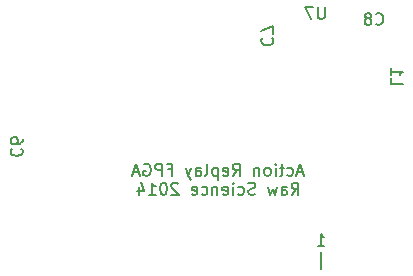
<source format=gbr>
%TF.GenerationSoftware,KiCad,Pcbnew,(6.0.2)*%
%TF.CreationDate,2022-09-17T11:41:15-05:00*%
%TF.ProjectId,REF2160,52454632-3136-4302-9e6b-696361645f70,rev?*%
%TF.SameCoordinates,Original*%
%TF.FileFunction,Legend,Bot*%
%TF.FilePolarity,Positive*%
%FSLAX46Y46*%
G04 Gerber Fmt 4.6, Leading zero omitted, Abs format (unit mm)*
G04 Created by KiCad (PCBNEW (6.0.2)) date 2022-09-17 11:41:15*
%MOMM*%
%LPD*%
G01*
G04 APERTURE LIST*
%ADD10C,0.150000*%
G04 APERTURE END LIST*
D10*
X161335285Y-91121380D02*
X161906714Y-91121380D01*
X161621000Y-91121380D02*
X161621000Y-90121380D01*
X161716238Y-90264238D01*
X161811476Y-90359476D01*
X161906714Y-90407095D01*
X161621000Y-93064714D02*
X161621000Y-91636142D01*
X160102476Y-84914666D02*
X159626285Y-84914666D01*
X160197714Y-85200380D02*
X159864380Y-84200380D01*
X159531047Y-85200380D01*
X158769142Y-85152761D02*
X158864380Y-85200380D01*
X159054857Y-85200380D01*
X159150095Y-85152761D01*
X159197714Y-85105142D01*
X159245333Y-85009904D01*
X159245333Y-84724190D01*
X159197714Y-84628952D01*
X159150095Y-84581333D01*
X159054857Y-84533714D01*
X158864380Y-84533714D01*
X158769142Y-84581333D01*
X158483428Y-84533714D02*
X158102476Y-84533714D01*
X158340571Y-84200380D02*
X158340571Y-85057523D01*
X158292952Y-85152761D01*
X158197714Y-85200380D01*
X158102476Y-85200380D01*
X157769142Y-85200380D02*
X157769142Y-84533714D01*
X157769142Y-84200380D02*
X157816761Y-84248000D01*
X157769142Y-84295619D01*
X157721523Y-84248000D01*
X157769142Y-84200380D01*
X157769142Y-84295619D01*
X157150095Y-85200380D02*
X157245333Y-85152761D01*
X157292952Y-85105142D01*
X157340571Y-85009904D01*
X157340571Y-84724190D01*
X157292952Y-84628952D01*
X157245333Y-84581333D01*
X157150095Y-84533714D01*
X157007238Y-84533714D01*
X156912000Y-84581333D01*
X156864380Y-84628952D01*
X156816761Y-84724190D01*
X156816761Y-85009904D01*
X156864380Y-85105142D01*
X156912000Y-85152761D01*
X157007238Y-85200380D01*
X157150095Y-85200380D01*
X156388190Y-84533714D02*
X156388190Y-85200380D01*
X156388190Y-84628952D02*
X156340571Y-84581333D01*
X156245333Y-84533714D01*
X156102476Y-84533714D01*
X156007238Y-84581333D01*
X155959619Y-84676571D01*
X155959619Y-85200380D01*
X154150095Y-85200380D02*
X154483428Y-84724190D01*
X154721523Y-85200380D02*
X154721523Y-84200380D01*
X154340571Y-84200380D01*
X154245333Y-84248000D01*
X154197714Y-84295619D01*
X154150095Y-84390857D01*
X154150095Y-84533714D01*
X154197714Y-84628952D01*
X154245333Y-84676571D01*
X154340571Y-84724190D01*
X154721523Y-84724190D01*
X153340571Y-85152761D02*
X153435809Y-85200380D01*
X153626285Y-85200380D01*
X153721523Y-85152761D01*
X153769142Y-85057523D01*
X153769142Y-84676571D01*
X153721523Y-84581333D01*
X153626285Y-84533714D01*
X153435809Y-84533714D01*
X153340571Y-84581333D01*
X153292952Y-84676571D01*
X153292952Y-84771809D01*
X153769142Y-84867047D01*
X152864380Y-84533714D02*
X152864380Y-85533714D01*
X152864380Y-84581333D02*
X152769142Y-84533714D01*
X152578666Y-84533714D01*
X152483428Y-84581333D01*
X152435809Y-84628952D01*
X152388190Y-84724190D01*
X152388190Y-85009904D01*
X152435809Y-85105142D01*
X152483428Y-85152761D01*
X152578666Y-85200380D01*
X152769142Y-85200380D01*
X152864380Y-85152761D01*
X151816761Y-85200380D02*
X151912000Y-85152761D01*
X151959619Y-85057523D01*
X151959619Y-84200380D01*
X151007238Y-85200380D02*
X151007238Y-84676571D01*
X151054857Y-84581333D01*
X151150095Y-84533714D01*
X151340571Y-84533714D01*
X151435809Y-84581333D01*
X151007238Y-85152761D02*
X151102476Y-85200380D01*
X151340571Y-85200380D01*
X151435809Y-85152761D01*
X151483428Y-85057523D01*
X151483428Y-84962285D01*
X151435809Y-84867047D01*
X151340571Y-84819428D01*
X151102476Y-84819428D01*
X151007238Y-84771809D01*
X150626285Y-84533714D02*
X150388190Y-85200380D01*
X150150095Y-84533714D02*
X150388190Y-85200380D01*
X150483428Y-85438476D01*
X150531047Y-85486095D01*
X150626285Y-85533714D01*
X148673904Y-84676571D02*
X149007238Y-84676571D01*
X149007238Y-85200380D02*
X149007238Y-84200380D01*
X148531047Y-84200380D01*
X148150095Y-85200380D02*
X148150095Y-84200380D01*
X147769142Y-84200380D01*
X147673904Y-84248000D01*
X147626285Y-84295619D01*
X147578666Y-84390857D01*
X147578666Y-84533714D01*
X147626285Y-84628952D01*
X147673904Y-84676571D01*
X147769142Y-84724190D01*
X148150095Y-84724190D01*
X146626285Y-84248000D02*
X146721523Y-84200380D01*
X146864380Y-84200380D01*
X147007238Y-84248000D01*
X147102476Y-84343238D01*
X147150095Y-84438476D01*
X147197714Y-84628952D01*
X147197714Y-84771809D01*
X147150095Y-84962285D01*
X147102476Y-85057523D01*
X147007238Y-85152761D01*
X146864380Y-85200380D01*
X146769142Y-85200380D01*
X146626285Y-85152761D01*
X146578666Y-85105142D01*
X146578666Y-84771809D01*
X146769142Y-84771809D01*
X146197714Y-84914666D02*
X145721523Y-84914666D01*
X146292952Y-85200380D02*
X145959619Y-84200380D01*
X145626285Y-85200380D01*
X159126285Y-86810380D02*
X159459619Y-86334190D01*
X159697714Y-86810380D02*
X159697714Y-85810380D01*
X159316761Y-85810380D01*
X159221523Y-85858000D01*
X159173904Y-85905619D01*
X159126285Y-86000857D01*
X159126285Y-86143714D01*
X159173904Y-86238952D01*
X159221523Y-86286571D01*
X159316761Y-86334190D01*
X159697714Y-86334190D01*
X158269142Y-86810380D02*
X158269142Y-86286571D01*
X158316761Y-86191333D01*
X158412000Y-86143714D01*
X158602476Y-86143714D01*
X158697714Y-86191333D01*
X158269142Y-86762761D02*
X158364380Y-86810380D01*
X158602476Y-86810380D01*
X158697714Y-86762761D01*
X158745333Y-86667523D01*
X158745333Y-86572285D01*
X158697714Y-86477047D01*
X158602476Y-86429428D01*
X158364380Y-86429428D01*
X158269142Y-86381809D01*
X157888190Y-86143714D02*
X157697714Y-86810380D01*
X157507238Y-86334190D01*
X157316761Y-86810380D01*
X157126285Y-86143714D01*
X156031047Y-86762761D02*
X155888190Y-86810380D01*
X155650095Y-86810380D01*
X155554857Y-86762761D01*
X155507238Y-86715142D01*
X155459619Y-86619904D01*
X155459619Y-86524666D01*
X155507238Y-86429428D01*
X155554857Y-86381809D01*
X155650095Y-86334190D01*
X155840571Y-86286571D01*
X155935809Y-86238952D01*
X155983428Y-86191333D01*
X156031047Y-86096095D01*
X156031047Y-86000857D01*
X155983428Y-85905619D01*
X155935809Y-85858000D01*
X155840571Y-85810380D01*
X155602476Y-85810380D01*
X155459619Y-85858000D01*
X154602476Y-86762761D02*
X154697714Y-86810380D01*
X154888190Y-86810380D01*
X154983428Y-86762761D01*
X155031047Y-86715142D01*
X155078666Y-86619904D01*
X155078666Y-86334190D01*
X155031047Y-86238952D01*
X154983428Y-86191333D01*
X154888190Y-86143714D01*
X154697714Y-86143714D01*
X154602476Y-86191333D01*
X154173904Y-86810380D02*
X154173904Y-86143714D01*
X154173904Y-85810380D02*
X154221523Y-85858000D01*
X154173904Y-85905619D01*
X154126285Y-85858000D01*
X154173904Y-85810380D01*
X154173904Y-85905619D01*
X153316761Y-86762761D02*
X153412000Y-86810380D01*
X153602476Y-86810380D01*
X153697714Y-86762761D01*
X153745333Y-86667523D01*
X153745333Y-86286571D01*
X153697714Y-86191333D01*
X153602476Y-86143714D01*
X153412000Y-86143714D01*
X153316761Y-86191333D01*
X153269142Y-86286571D01*
X153269142Y-86381809D01*
X153745333Y-86477047D01*
X152840571Y-86143714D02*
X152840571Y-86810380D01*
X152840571Y-86238952D02*
X152792952Y-86191333D01*
X152697714Y-86143714D01*
X152554857Y-86143714D01*
X152459619Y-86191333D01*
X152412000Y-86286571D01*
X152412000Y-86810380D01*
X151507238Y-86762761D02*
X151602476Y-86810380D01*
X151792952Y-86810380D01*
X151888190Y-86762761D01*
X151935809Y-86715142D01*
X151983428Y-86619904D01*
X151983428Y-86334190D01*
X151935809Y-86238952D01*
X151888190Y-86191333D01*
X151792952Y-86143714D01*
X151602476Y-86143714D01*
X151507238Y-86191333D01*
X150697714Y-86762761D02*
X150792952Y-86810380D01*
X150983428Y-86810380D01*
X151078666Y-86762761D01*
X151126285Y-86667523D01*
X151126285Y-86286571D01*
X151078666Y-86191333D01*
X150983428Y-86143714D01*
X150792952Y-86143714D01*
X150697714Y-86191333D01*
X150650095Y-86286571D01*
X150650095Y-86381809D01*
X151126285Y-86477047D01*
X149507238Y-85905619D02*
X149459619Y-85858000D01*
X149364380Y-85810380D01*
X149126285Y-85810380D01*
X149031047Y-85858000D01*
X148983428Y-85905619D01*
X148935809Y-86000857D01*
X148935809Y-86096095D01*
X148983428Y-86238952D01*
X149554857Y-86810380D01*
X148935809Y-86810380D01*
X148316761Y-85810380D02*
X148221523Y-85810380D01*
X148126285Y-85858000D01*
X148078666Y-85905619D01*
X148031047Y-86000857D01*
X147983428Y-86191333D01*
X147983428Y-86429428D01*
X148031047Y-86619904D01*
X148078666Y-86715142D01*
X148126285Y-86762761D01*
X148221523Y-86810380D01*
X148316761Y-86810380D01*
X148412000Y-86762761D01*
X148459619Y-86715142D01*
X148507238Y-86619904D01*
X148554857Y-86429428D01*
X148554857Y-86191333D01*
X148507238Y-86000857D01*
X148459619Y-85905619D01*
X148412000Y-85858000D01*
X148316761Y-85810380D01*
X147031047Y-86810380D02*
X147602476Y-86810380D01*
X147316761Y-86810380D02*
X147316761Y-85810380D01*
X147412000Y-85953238D01*
X147507238Y-86048476D01*
X147602476Y-86096095D01*
X146173904Y-86143714D02*
X146173904Y-86810380D01*
X146412000Y-85762761D02*
X146650095Y-86477047D01*
X146031047Y-86477047D01*
%TO.C,U7*%
X161912904Y-70917380D02*
X161912904Y-71726904D01*
X161865285Y-71822142D01*
X161817666Y-71869761D01*
X161722428Y-71917380D01*
X161531952Y-71917380D01*
X161436714Y-71869761D01*
X161389095Y-71822142D01*
X161341476Y-71726904D01*
X161341476Y-70917380D01*
X160960523Y-70917380D02*
X160293857Y-70917380D01*
X160722428Y-71917380D01*
%TO.C,L1*%
X167548619Y-76974666D02*
X167548619Y-77450857D01*
X168548619Y-77450857D01*
X167548619Y-76117523D02*
X167548619Y-76688952D01*
X167548619Y-76403238D02*
X168548619Y-76403238D01*
X168405761Y-76498476D01*
X168310523Y-76593714D01*
X168262904Y-76688952D01*
%TO.C,C6*%
X135437857Y-82913666D02*
X135390238Y-82961285D01*
X135342619Y-83104142D01*
X135342619Y-83199380D01*
X135390238Y-83342238D01*
X135485476Y-83437476D01*
X135580714Y-83485095D01*
X135771190Y-83532714D01*
X135914047Y-83532714D01*
X136104523Y-83485095D01*
X136199761Y-83437476D01*
X136295000Y-83342238D01*
X136342619Y-83199380D01*
X136342619Y-83104142D01*
X136295000Y-82961285D01*
X136247380Y-82913666D01*
X136342619Y-82056523D02*
X136342619Y-82247000D01*
X136295000Y-82342238D01*
X136247380Y-82389857D01*
X136104523Y-82485095D01*
X135914047Y-82532714D01*
X135533095Y-82532714D01*
X135437857Y-82485095D01*
X135390238Y-82437476D01*
X135342619Y-82342238D01*
X135342619Y-82151761D01*
X135390238Y-82056523D01*
X135437857Y-82008904D01*
X135533095Y-81961285D01*
X135771190Y-81961285D01*
X135866428Y-82008904D01*
X135914047Y-82056523D01*
X135961666Y-82151761D01*
X135961666Y-82342238D01*
X135914047Y-82437476D01*
X135866428Y-82485095D01*
X135771190Y-82532714D01*
%TO.C,C7*%
X156659857Y-73551666D02*
X156612238Y-73599285D01*
X156564619Y-73742142D01*
X156564619Y-73837380D01*
X156612238Y-73980238D01*
X156707476Y-74075476D01*
X156802714Y-74123095D01*
X156993190Y-74170714D01*
X157136047Y-74170714D01*
X157326523Y-74123095D01*
X157421761Y-74075476D01*
X157517000Y-73980238D01*
X157564619Y-73837380D01*
X157564619Y-73742142D01*
X157517000Y-73599285D01*
X157469380Y-73551666D01*
X157564619Y-73218333D02*
X157564619Y-72551666D01*
X156564619Y-72980238D01*
%TO.C,C8*%
X166258666Y-72332142D02*
X166306285Y-72379761D01*
X166449142Y-72427380D01*
X166544380Y-72427380D01*
X166687238Y-72379761D01*
X166782476Y-72284523D01*
X166830095Y-72189285D01*
X166877714Y-71998809D01*
X166877714Y-71855952D01*
X166830095Y-71665476D01*
X166782476Y-71570238D01*
X166687238Y-71475000D01*
X166544380Y-71427380D01*
X166449142Y-71427380D01*
X166306285Y-71475000D01*
X166258666Y-71522619D01*
X165687238Y-71855952D02*
X165782476Y-71808333D01*
X165830095Y-71760714D01*
X165877714Y-71665476D01*
X165877714Y-71617857D01*
X165830095Y-71522619D01*
X165782476Y-71475000D01*
X165687238Y-71427380D01*
X165496761Y-71427380D01*
X165401523Y-71475000D01*
X165353904Y-71522619D01*
X165306285Y-71617857D01*
X165306285Y-71665476D01*
X165353904Y-71760714D01*
X165401523Y-71808333D01*
X165496761Y-71855952D01*
X165687238Y-71855952D01*
X165782476Y-71903571D01*
X165830095Y-71951190D01*
X165877714Y-72046428D01*
X165877714Y-72236904D01*
X165830095Y-72332142D01*
X165782476Y-72379761D01*
X165687238Y-72427380D01*
X165496761Y-72427380D01*
X165401523Y-72379761D01*
X165353904Y-72332142D01*
X165306285Y-72236904D01*
X165306285Y-72046428D01*
X165353904Y-71951190D01*
X165401523Y-71903571D01*
X165496761Y-71855952D01*
%TD*%
M02*

</source>
